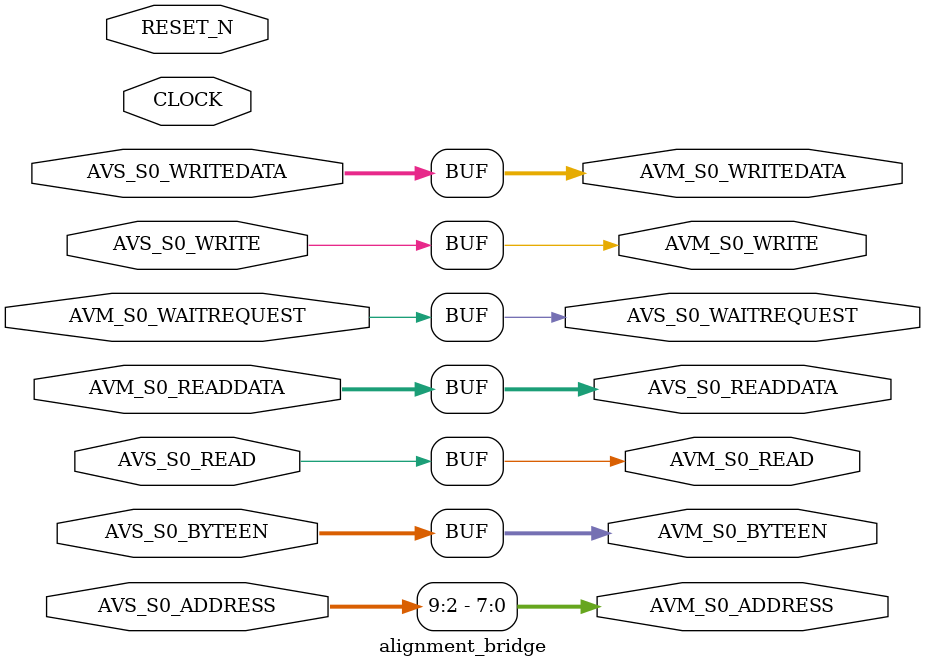
<source format=sv>

module alignment_bridge (
  input                    CLOCK,
  input                    RESET_N,
  // AVMM Master
  output                   AVM_S0_READ,
  output                   AVM_S0_WRITE,
  output             [7:0] AVM_S0_ADDRESS,
  output             [3:0] AVM_S0_BYTEEN,
  input             [31:0] AVM_S0_READDATA,
  output            [31:0] AVM_S0_WRITEDATA,
  input                    AVM_S0_WAITREQUEST,
  // AVMM Slave
  input                    AVS_S0_READ,
  input                    AVS_S0_WRITE,
  input              [9:0] AVS_S0_ADDRESS,
  input              [3:0] AVS_S0_BYTEEN,
  output            [31:0] AVS_S0_READDATA,
  input             [31:0] AVS_S0_WRITEDATA,
  output                   AVS_S0_WAITREQUEST
);

  assign AVM_S0_READ        = AVS_S0_READ;
  assign AVM_S0_WRITE       = AVS_S0_WRITE;
  assign AVM_S0_ADDRESS     = AVS_S0_ADDRESS[$size(AVS_S0_ADDRESS)-1:2];
  assign AVM_S0_BYTEEN      = AVS_S0_BYTEEN;
  assign AVS_S0_READDATA    = AVM_S0_READDATA;
  assign AVM_S0_WRITEDATA   = AVS_S0_WRITEDATA;
  assign AVS_S0_WAITREQUEST = AVM_S0_WAITREQUEST;
  
endmodule
</source>
